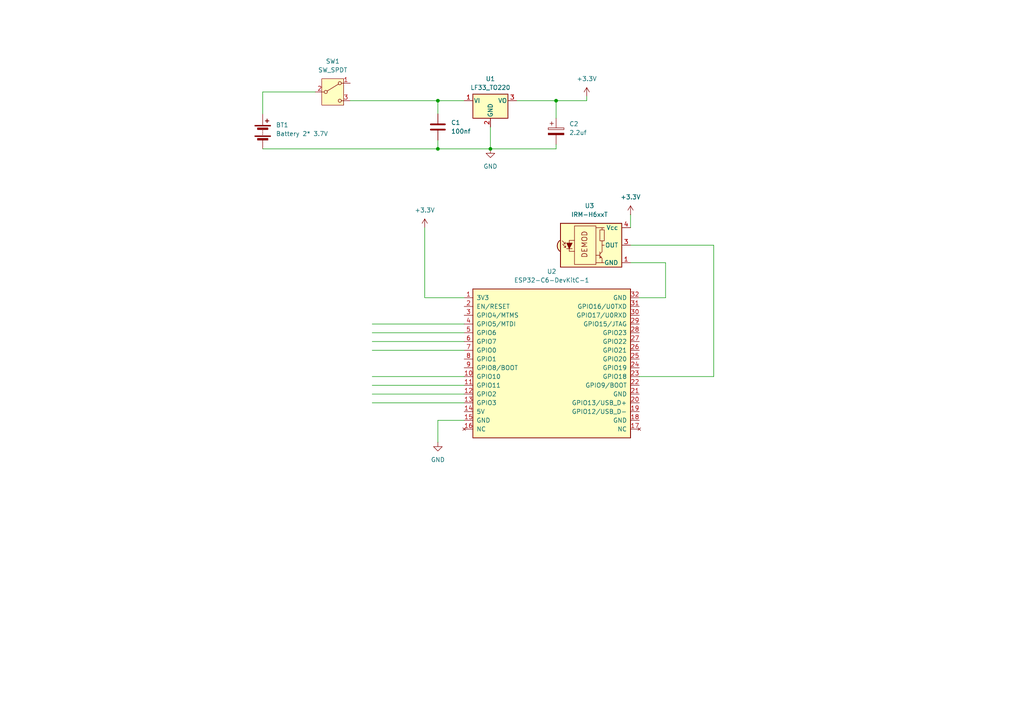
<source format=kicad_sch>
(kicad_sch (version 20250114) (generator "eeschema") (generator_version "9.0")
  (paper "A4")
  (lib_symbols
    (symbol "Device:Battery" (pin_numbers (hide yes)) (pin_names (offset 0) (hide yes))
      (property "Reference" "BT" (at 2.54 2.54 0))
      (property "Value" "Battery" (at 2.54 0 0))
      (symbol "Battery_0_1"
        (rectangle (start -2.286 1.778) (end 2.286 1.524) (fill (type outline)))
        (rectangle (start -2.286 -1.27) (end 2.286 -1.524) (fill (type outline)))
        (rectangle (start -1.524 1.016) (end 1.524 0.508) (fill (type outline)))
        (rectangle (start -1.524 -2.032) (end 1.524 -2.54) (fill (type outline)))
        (polyline (pts (xy 0 1.778) (xy 0 2.54)))
        (polyline (pts (xy 0 0) (xy 0 0.254)))
        (polyline (pts (xy 0 -0.508) (xy 0 -0.254)))
        (polyline (pts (xy 0 -1.016) (xy 0 -0.762)))
        (polyline (pts (xy 0.762 3.048) (xy 1.778 3.048)) (stroke (width 0.254)))
        (polyline (pts (xy 1.27 3.556) (xy 1.27 2.54)) (stroke (width 0.254)))
      )
      (symbol "Battery_1_1"
        (pin passive line (at 0 5.08 270) (length 2.54) (name "+") (number "1"))
        (pin passive line (at 0 -5.08 90) (length 2.54) (name "-") (number "2"))
      )
    )
    (symbol "Device:C" (pin_numbers (hide yes)) (pin_names (offset 0.254))
      (property "Reference" "C" (at 0.635 2.54 0))
      (property "Value" "C" (at 0.635 -2.54 0))
      (symbol "C_0_1"
        (polyline (pts (xy -2.032 0.762) (xy 2.032 0.762)) (stroke (width 0.508)))
        (polyline (pts (xy -2.032 -0.762) (xy 2.032 -0.762)) (stroke (width 0.508)))
      )
      (symbol "C_1_1"
        (pin passive line (at 0 3.81 270) (length 2.794) (name "~") (number "1"))
        (pin passive line (at 0 -3.81 90) (length 2.794) (name "~") (number "2"))
      )
    )
    (symbol "Device:C_Polarized" (pin_numbers (hide yes)) (pin_names (offset 0.254))
      (property "Reference" "C" (at 0.635 2.54 0))
      (property "Value" "C_Polarized" (at 0.635 -2.54 0))
      (symbol "C_Polarized_0_1"
        (rectangle (start -2.286 0.508) (end 2.286 1.016))
        (polyline (pts (xy -1.778 2.286) (xy -0.762 2.286)))
        (polyline (pts (xy -1.27 2.794) (xy -1.27 1.778)))
        (rectangle (start 2.286 -0.508) (end -2.286 -1.016) (fill (type outline)))
      )
      (symbol "C_Polarized_1_1"
        (pin passive line (at 0 3.81 270) (length 2.794) (name "~") (number "1"))
        (pin passive line (at 0 -3.81 90) (length 2.794) (name "~") (number "2"))
      )
    )
    (symbol "Espressif:ESP32-C6-DevKitC-1" (pin_names (offset 1.016))
      (property "Reference" "U" (at -22.86 25.4 0))
      (property "Value" "ESP32-C6-DevKitC-1" (at -22.86 22.86 0))
      (symbol "ESP32-C6-DevKitC-1_0_1"
        (rectangle (start -22.86 20.32) (end 22.86 -22.86) (stroke (width 0.254)) (fill (type background)))
      )
      (symbol "ESP32-C6-DevKitC-1_1_0"
        (pin input line (at -25.4 15.24 0) (length 2.54) (name "EN/RESET") (number "2"))
        (pin power_in line (at -25.4 -15.24 0) (length 2.54) (name "5V") (number "14"))
      )
      (symbol "ESP32-C6-DevKitC-1_1_1"
        (pin power_in line (at -25.4 17.78 0) (length 2.54) (name "3V3") (number "1"))
        (pin bidirectional line (at -25.4 12.7 0) (length 2.54) (name "GPIO4/MTMS") (number "3"))
        (pin bidirectional line (at -25.4 10.16 0) (length 2.54) (name "GPIO5/MTDI") (number "4"))
        (pin bidirectional line (at -25.4 7.62 0) (length 2.54) (name "GPIO6") (number "5"))
        (pin bidirectional line (at -25.4 5.08 0) (length 2.54) (name "GPIO7") (number "6"))
        (pin bidirectional line (at -25.4 2.54 0) (length 2.54) (name "GPIO0") (number "7"))
        (pin bidirectional line (at -25.4 0 0) (length 2.54) (name "GPIO1") (number "8"))
        (pin bidirectional line (at -25.4 -2.54 0) (length 2.54) (name "GPIO8/BOOT") (number "9"))
        (pin bidirectional line (at -25.4 -5.08 0) (length 2.54) (name "GPIO10") (number "10"))
        (pin bidirectional line (at -25.4 -7.62 0) (length 2.54) (name "GPIO11") (number "11"))
        (pin bidirectional line (at -25.4 -10.16 0) (length 2.54) (name "GPIO2") (number "12"))
        (pin bidirectional line (at -25.4 -12.7 0) (length 2.54) (name "GPIO3") (number "13"))
        (pin power_in line (at -25.4 -17.78 0) (length 2.54) (name "GND") (number "15"))
        (pin no_connect line (at -25.4 -20.32 0) (length 2.54) (name "NC") (number "16"))
        (pin power_in line (at 25.4 17.78 180) (length 2.54) (name "GND") (number "32"))
        (pin bidirectional line (at 25.4 15.24 180) (length 2.54) (name "GPIO16/U0TXD") (number "31"))
        (pin bidirectional line (at 25.4 12.7 180) (length 2.54) (name "GPIO17/U0RXD") (number "30"))
        (pin bidirectional line (at 25.4 10.16 180) (length 2.54) (name "GPIO15/JTAG") (number "29"))
        (pin bidirectional line (at 25.4 7.62 180) (length 2.54) (name "GPIO23") (number "28"))
        (pin bidirectional line (at 25.4 5.08 180) (length 2.54) (name "GPIO22") (number "27"))
        (pin bidirectional line (at 25.4 2.54 180) (length 2.54) (name "GPIO21") (number "26"))
        (pin bidirectional line (at 25.4 0 180) (length 2.54) (name "GPIO20") (number "25"))
        (pin bidirectional line (at 25.4 -2.54 180) (length 2.54) (name "GPIO19") (number "24"))
        (pin bidirectional line (at 25.4 -5.08 180) (length 2.54) (name "GPIO18") (number "23"))
        (pin bidirectional line (at 25.4 -7.62 180) (length 2.54) (name "GPIO9/BOOT") (number "22"))
        (pin power_in line (at 25.4 -10.16 180) (length 2.54) (name "GND") (number "21"))
        (pin bidirectional line (at 25.4 -12.7 180) (length 2.54) (name "GPIO13/USB_D+") (number "20"))
        (pin bidirectional line (at 25.4 -15.24 180) (length 2.54) (name "GPIO12/USB_D-") (number "19"))
        (pin power_in line (at 25.4 -17.78 180) (length 2.54) (name "GND") (number "18"))
        (pin no_connect line (at 25.4 -20.32 180) (length 2.54) (name "NC") (number "17"))
      )
    )
    (symbol "Interface_Optical:IRM-H6xxT" (pin_names (offset 1.016))
      (property "Reference" "U" (at -10.16 7.62 0))
      (property "Value" "IRM-H6xxT" (at -10.16 -7.62 0))
      (symbol "IRM-H6xxT_0_0"
        (arc (start -10.287 -1.778) (mid -11.0899 -0.1905) (end -10.287 1.397) (stroke (width 0.254)) (fill (type background)))
        (polyline (pts (xy 1.905 5.08) (xy 0.127 5.08)))
        (polyline (pts (xy 1.905 -5.08) (xy 0.127 -5.08)))
        (text "DEMOD" (at -3.175 0.254 900) (effects (font (size 1.524 1.524))))
      )
      (symbol "IRM-H6xxT_0_1"
        (polyline (pts (xy -8.763 0.381) (xy -9.652 1.27)))
        (polyline (pts (xy -8.763 0.381) (xy -9.271 0.381)))
        (polyline (pts (xy -8.763 0.381) (xy -8.763 0.889)))
        (polyline (pts (xy -8.636 -0.635) (xy -9.525 0.254)))
        (polyline (pts (xy -8.636 -0.635) (xy -9.144 -0.635)))
        (polyline (pts (xy -8.636 -0.635) (xy -8.636 -0.127)))
        (polyline (pts (xy -8.382 0.635) (xy -6.731 0.635) (xy -7.62 -1.016) (xy -8.382 0.635)) (fill (type outline)))
        (polyline (pts (xy -8.382 -1.016) (xy -6.731 -1.016)))
        (rectangle (start -6.096 5.588) (end 0.127 -5.588))
        (polyline (pts (xy -6.096 1.397) (xy -7.62 1.397) (xy -7.62 -1.778) (xy -6.096 -1.778)))
        (polyline (pts (xy 1.27 -1.905) (xy 1.27 -3.81)))
        (polyline (pts (xy 1.27 -2.54) (xy 1.905 -1.905) (xy 1.905 0) (xy 2.54 0)))
        (polyline (pts (xy 1.27 -2.921) (xy 0.127 -2.921)))
        (polyline (pts (xy 1.27 -3.175) (xy 1.905 -3.81) (xy 1.905 -5.08) (xy 2.54 -5.08)))
        (polyline (pts (xy 1.397 -3.556) (xy 1.524 -3.556)))
        (polyline (pts (xy 1.651 -3.556) (xy 1.524 -3.556)))
        (polyline (pts (xy 1.651 -3.556) (xy 1.651 -3.302)))
        (polyline (pts (xy 1.905 4.445) (xy 1.905 5.08) (xy 2.54 5.08)))
        (polyline (pts (xy 1.905 0) (xy 1.905 1.27)))
        (rectangle (start 2.54 1.27) (end 1.27 4.445))
        (rectangle (start 7.62 6.35) (end -10.16 -6.35) (stroke (width 0.254)) (fill (type background)))
      )
      (symbol "IRM-H6xxT_1_1"
        (pin power_in line (at 10.16 5.08 180) (length 2.54) (name "Vcc") (number "4"))
        (pin output line (at 10.16 0 180) (length 2.54) (name "OUT") (number "3"))
        (pin power_in line (at 10.16 -5.08 180) (length 2.54) (name "GND") (number "1"))
        (pin passive line (at 10.16 -5.08 180) (length 2.54) (hide yes) (name "GND") (number "2"))
      )
    )
    (symbol "Regulator_Linear:LF33_TO220" (pin_names (offset 0.254))
      (property "Reference" "U" (at -3.81 3.175 0))
      (property "Value" "LF33_TO220" (at 0 3.175 0))
      (symbol "LF33_TO220_0_1"
        (rectangle (start -5.08 1.905) (end 5.08 -5.08) (stroke (width 0.254)) (fill (type background)))
      )
      (symbol "LF33_TO220_1_1"
        (pin power_in line (at -7.62 0 0) (length 2.54) (name "VI") (number "1"))
        (pin power_in line (at 0 -7.62 90) (length 2.54) (name "GND") (number "2"))
        (pin power_out line (at 7.62 0 180) (length 2.54) (name "VO") (number "3"))
      )
    )
    (symbol "Switch:SW_SPDT" (pin_names (offset 0) (hide yes))
      (property "Reference" "SW" (at 0 5.08 0))
      (property "Value" "SW_SPDT" (at 0 -5.08 0))
      (symbol "SW_SPDT_0_1"
        (circle (center -2.032 0) (radius 0.4572))
        (polyline (pts (xy -1.651 0.254) (xy 1.651 2.286)))
        (circle (center 2.032 2.54) (radius 0.4572))
        (circle (center 2.032 -2.54) (radius 0.4572))
      )
      (symbol "SW_SPDT_1_1"
        (rectangle (start -3.175 3.81) (end 3.175 -3.81) (fill (type background)))
        (pin passive line (at -5.08 0 0) (length 2.54) (name "B") (number "2"))
        (pin passive line (at 5.08 2.54 180) (length 2.54) (name "A") (number "1"))
        (pin passive line (at 5.08 -2.54 180) (length 2.54) (name "C") (number "3"))
      )
    )
    (symbol "power:+3.3V" (power) (pin_numbers (hide yes)) (pin_names (offset 0) (hide yes))
      (property "Value" "+3.3V" (at 0 3.556 0))
      (symbol "+3.3V_0_1"
        (polyline (pts (xy -0.762 1.27) (xy 0 2.54)))
        (polyline (pts (xy 0 2.54) (xy 0.762 1.27)))
        (polyline (pts (xy 0 0) (xy 0 2.54)))
      )
      (symbol "+3.3V_1_1"
        (pin power_in line (at 0 0 90) (length 0) (name "~") (number "1"))
      )
    )
    (symbol "power:GND" (power) (pin_numbers (hide yes)) (pin_names (offset 0) (hide yes))
      (property "Value" "GND" (at 0 -3.81 0))
      (symbol "GND_0_1"
        (polyline (pts (xy 0 0) (xy 0 -1.27) (xy 1.27 -1.27) (xy 0 -2.54) (xy -1.27 -1.27) (xy 0 -1.27)))
      )
      (symbol "GND_1_1"
        (pin power_in line (at 0 0 270) (length 0) (name "~") (number "1"))
      )
    )
  )
  (junction (at 161.29 29.21))
  (junction (at 127 29.21))
  (junction (at 142.24 43.18))
  (junction (at 127 43.18))
  (wire (pts (xy 193.04 86.36) (xy 185.42 86.36)))
  (wire (pts (xy 107.95 101.6) (xy 134.62 101.6)))
  (wire (pts (xy 134.62 86.36) (xy 123.19 86.36)))
  (wire (pts (xy 142.24 36.83) (xy 142.24 43.18)))
  (wire (pts (xy 107.95 109.22) (xy 134.62 109.22)))
  (wire (pts (xy 107.95 96.52) (xy 134.62 96.52)))
  (wire (pts (xy 101.6 29.21) (xy 127 29.21)))
  (wire (pts (xy 76.2 26.67) (xy 91.44 26.67)))
  (wire (pts (xy 182.88 62.23) (xy 182.88 66.04)))
  (wire (pts (xy 142.24 43.18) (xy 127 43.18)))
  (wire (pts (xy 161.29 29.21) (xy 170.18 29.21)))
  (wire (pts (xy 107.95 114.3) (xy 134.62 114.3)))
  (wire (pts (xy 182.88 71.12) (xy 207.01 71.12)))
  (wire (pts (xy 161.29 29.21) (xy 161.29 34.29)))
  (wire (pts (xy 127 29.21) (xy 134.62 29.21)))
  (wire (pts (xy 207.01 109.22) (xy 185.42 109.22)))
  (wire (pts (xy 182.88 76.2) (xy 193.04 76.2)))
  (wire (pts (xy 127 121.92) (xy 134.62 121.92)))
  (wire (pts (xy 142.24 43.18) (xy 161.29 43.18)))
  (wire (pts (xy 170.18 29.21) (xy 170.18 27.94)))
  (wire (pts (xy 193.04 76.2) (xy 193.04 86.36)))
  (wire (pts (xy 161.29 41.91) (xy 161.29 43.18)))
  (wire (pts (xy 107.95 93.98) (xy 134.62 93.98)))
  (wire (pts (xy 107.95 111.76) (xy 134.62 111.76)))
  (wire (pts (xy 127 128.27) (xy 127 121.92)))
  (wire (pts (xy 207.01 71.12) (xy 207.01 109.22)))
  (wire (pts (xy 127 29.21) (xy 127 33.02)))
  (wire (pts (xy 123.19 66.04) (xy 123.19 86.36)))
  (wire (pts (xy 149.86 29.21) (xy 161.29 29.21)))
  (wire (pts (xy 127 40.64) (xy 127 43.18)))
  (wire (pts (xy 107.95 99.06) (xy 134.62 99.06)))
  (wire (pts (xy 76.2 26.67) (xy 76.2 33.02)))
  (wire (pts (xy 127 43.18) (xy 76.2 43.18)))
  (wire (pts (xy 107.95 116.84) (xy 134.62 116.84)))
  (symbol (lib_id "Switch:SW_SPDT") (at 96.52 26.67 0) (unit 1)
    (property "Reference" "SW1" (at 96.52 17.78 0))
    (property "Value" "SW_SPDT" (at 96.52 20.32 0))
    (property "Description" "Switch, single pole double throw" (effects (hide yes)))
  )
  (symbol (lib_id "Device:Battery") (at 76.2 38.1 0) (unit 1)
    (property "Reference" "BT1" (at 80.01 36.2584 0) (effects (justify left)))
    (property "Value" "Battery 2* 3.7V" (at 80.01 38.7984 0) (effects (justify left)))
    (property "Description" "Multiple-cell battery" (effects (hide yes)))
  )
  (symbol (lib_id "power:GND") (at 142.24 43.18 0) (unit 1)
    (property "Reference" "#PWR06" (effects (hide yes)))
    (property "Value" "GND" (at 142.24 48.26 0))
    (property "Description" "Power symbol creates a global label with name \"GND\" , ground" (effects (hide yes)))
  )
  (symbol (lib_id "power:GND") (at 127 128.27 0) (unit 1)
    (property "Reference" "#PWR01" (effects (hide yes)))
    (property "Value" "GND" (at 127 133.35 0))
    (property "Description" "Power symbol creates a global label with name \"GND\" , ground" (effects (hide yes)))
  )
  (symbol (lib_id "Device:C") (at 127 36.83 0) (unit 1)
    (property "Reference" "C1" (at 130.81 35.5599 0) (effects (justify left)))
    (property "Value" "100nf" (at 130.81 38.0999 0) (effects (justify left)))
    (property "Description" "Unpolarized capacitor" (effects (hide yes)))
  )
  (symbol (lib_id "Interface_Optical:IRM-H6xxT") (at 172.72 71.12 0) (unit 1)
    (property "Reference" "U3" (at 170.985 59.69 0))
    (property "Value" "IRM-H6xxT" (at 170.985 62.23 0))
    (property "Footprint" "OptoDevice:Everlight_IRM-H6xxT" (effects (hide yes)))
    (property "Datasheet" "https://en.everlight.com/wp-content/plugins/ItemRelationship/product_files/pdf/DMO-0000004-IRM-H6XX-TR2_Series_Datasheet_V4.pdf" (effects (hide yes)))
    (property "Description" "IR Receiver Modules for remote controls" (effects (hide yes)))
  )
  (symbol (lib_id "power:+3.3V") (at 123.19 66.04 0) (unit 1)
    (property "Reference" "#PWR08" (effects (hide yes)))
    (property "Value" "+3.3V" (at 123.19 60.96 0))
    (property "Description" "Power symbol creates a global label with name \"+3.3V\"" (effects (hide yes)))
  )
  (symbol (lib_id "power:+3.3V") (at 182.88 62.23 0) (unit 1)
    (property "Reference" "#PWR02" (effects (hide yes)))
    (property "Value" "+3.3V" (at 182.88 57.15 0))
    (property "Description" "Power symbol creates a global label with name \"+3.3V\"" (effects (hide yes)))
  )
  (symbol (lib_id "Device:C_Polarized") (at 161.29 38.1 0) (unit 1)
    (property "Reference" "C2" (at 165.1 35.9409 0) (effects (justify left)))
    (property "Value" "2.2uf" (at 165.1 38.4809 0) (effects (justify left)))
    (property "Description" "Polarized capacitor" (effects (hide yes)))
  )
  (symbol (lib_id "power:+3.3V") (at 170.18 27.94 0) (unit 1)
    (property "Reference" "#PWR07" (effects (hide yes)))
    (property "Value" "+3.3V" (at 170.18 22.86 0))
    (property "Description" "Power symbol creates a global label with name \"+3.3V\"" (effects (hide yes)))
  )
  (symbol (lib_id "Regulator_Linear:LF33_TO220") (at 142.24 29.21 0) (unit 1)
    (property "Reference" "U1" (at 142.24 22.86 0))
    (property "Value" "LF33_TO220" (at 142.24 25.4 0))
    (property "Footprint" "Package_TO_SOT_THT:TO-220-3_Vertical" (effects (hide yes)))
    (property "Datasheet" "http://www.st.com/content/ccc/resource/technical/document/datasheet/c4/0e/7e/2a/be/bc/4c/bd/CD00000546.pdf/files/CD00000546.pdf/jcr:content/translations/en.CD00000546.pdf" (effects (hide yes)))
    (property "Description" "Low-drop Voltage Regulator, Io up to 500mA, Fixed Vo 3.3V, TO-220" (effects (hide yes)))
  )
  (symbol (lib_id "Espressif:ESP32-C6-DevKitC-1") (at 160.02 104.14 0) (unit 1)
    (property "Reference" "U2" (at 160.02 78.74 0))
    (property "Value" "ESP32-C6-DevKitC-1" (at 160.02 81.28 0))
    (property "Footprint" "PCM_Espressif:ESP32-C6-DevKitC-1" (effects (hide yes)))
    (property "Datasheet" "https://docs.espressif.com/projects/espressif-esp-dev-kits/en/latest/esp32c6/esp32-c6-devkitc-1/user_guide.html" (effects (hide yes)))
    (property "Description" "ESP32-C6-DevKitC-1" (effects (hide yes)))
  )
)
</source>
